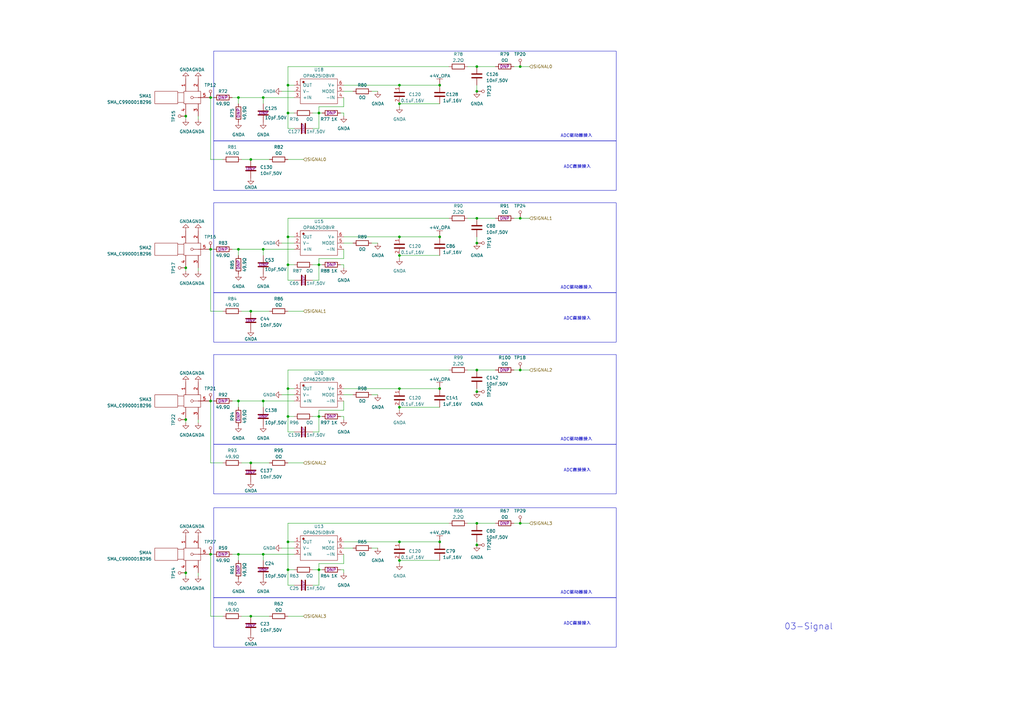
<source format=kicad_sch>
(kicad_sch (version 20230121) (generator eeschema)
  (paper "A3")
  (title_block (title "HPM6750 ADC EVK") (date "2023-5-25") (rev "A"))
  (junction (at 86.36 227.33))
  (junction (at 118.11 170.815))
  (junction (at 102.87 189.865))
  (junction (at 163.83 104.775))
  (junction (at 180.34 34.925))
  (junction (at 118.11 159.385))
  (junction (at 195.58 27.305))
  (junction (at 102.87 65.405))
  (junction (at 195.58 99.695))
  (junction (at 195.58 89.535))
  (junction (at 76.2 47.625))
  (junction (at 107.95 40.005))
  (junction (at 163.83 34.925))
  (junction (at 195.58 160.655))
  (junction (at 213.36 151.765))
  (junction (at 118.11 108.585))
  (junction (at 163.83 42.545))
  (junction (at 213.36 27.305))
  (junction (at 102.87 127.635))
  (junction (at 118.11 222.25))
  (junction (at 107.95 227.33))
  (junction (at 195.58 223.52))
  (junction (at 107.95 102.235))
  (junction (at 163.83 159.385))
  (junction (at 76.2 172.085))
  (junction (at 180.34 97.155))
  (junction (at 97.79 227.33))
  (junction (at 118.11 97.155))
  (junction (at 118.11 34.925))
  (junction (at 213.36 214.63))
  (junction (at 213.36 89.535))
  (junction (at 130.81 170.815))
  (junction (at 76.2 109.855))
  (junction (at 130.81 46.355))
  (junction (at 107.95 164.465))
  (junction (at 195.58 214.63))
  (junction (at 118.11 46.355))
  (junction (at 97.79 102.235))
  (junction (at 86.36 40.005))
  (junction (at 163.83 97.155))
  (junction (at 130.81 233.68))
  (junction (at 118.11 233.68))
  (junction (at 130.81 108.585))
  (junction (at 102.87 252.73))
  (junction (at 195.58 151.765))
  (junction (at 195.58 37.465))
  (junction (at 86.36 102.235))
  (junction (at 163.83 229.87))
  (junction (at 163.83 222.25))
  (junction (at 180.34 222.25))
  (junction (at 180.34 159.385))
  (junction (at 86.36 164.465))
  (junction (at 163.83 167.005))
  (junction (at 97.79 164.465))
  (junction (at 97.79 40.005))
  (junction (at 76.2 234.95))
  (wire (pts (xy 118.11 89.535) (xy 184.15 89.535)))
  (wire (pts (xy 130.81 108.585) (xy 128.27 108.585)))
  (wire (pts (xy 115.57 161.925) (xy 120.65 161.925)))
  (wire (pts (xy 107.95 40.005) (xy 97.79 40.005)))
  (wire (pts (xy 102.87 252.73) (xy 110.49 252.73)))
  (wire (pts (xy 140.97 164.465) (xy 140.97 168.275)))
  (wire (pts (xy 107.95 164.465) (xy 120.65 164.465)))
  (wire (pts (xy 86.36 252.73) (xy 86.36 227.33)))
  (wire (pts (xy 107.95 227.33) (xy 120.65 227.33)))
  (wire (pts (xy 86.36 189.865) (xy 86.36 164.465)))
  (wire (pts (xy 130.81 170.815) (xy 130.81 177.165)))
  (wire (pts (xy 130.81 233.68) (xy 130.81 240.03)))
  (wire (pts (xy 140.97 46.355) (xy 139.7 46.355)))
  (wire (pts (xy 180.34 97.155) (xy 163.83 97.155)))
  (wire (pts (xy 86.36 102.235) (xy 87.63 102.235)))
  (wire (pts (xy 195.58 151.765) (xy 203.2 151.765)))
  (wire (pts (xy 86.36 164.465) (xy 87.63 164.465)))
  (wire (pts (xy 140.97 40.005) (xy 140.97 43.815)))
  (wire (pts (xy 130.81 233.68) (xy 128.27 233.68)))
  (wire (pts (xy 118.11 170.815) (xy 118.11 177.165)))
  (wire (pts (xy 115.57 99.695) (xy 120.65 99.695)))
  (wire (pts (xy 210.82 151.765) (xy 213.36 151.765)))
  (wire (pts (xy 118.11 46.355) (xy 118.11 52.705)))
  (wire (pts (xy 154.94 37.465) (xy 152.4 37.465)))
  (wire (pts (xy 140.97 102.235) (xy 140.97 106.045)))
  (wire (pts (xy 118.11 27.305) (xy 118.11 34.925)))
  (wire (pts (xy 76.2 236.22) (xy 76.2 234.95)))
  (wire (pts (xy 107.95 42.545) (xy 107.95 40.005)))
  (wire (pts (xy 191.77 89.535) (xy 195.58 89.535)))
  (wire (pts (xy 120.65 240.03) (xy 118.11 240.03)))
  (wire (pts (xy 132.08 233.68) (xy 130.81 233.68)))
  (wire (pts (xy 86.36 252.73) (xy 91.44 252.73)))
  (wire (pts (xy 107.95 102.235) (xy 97.79 102.235)))
  (wire (pts (xy 140.97 108.585) (xy 140.97 109.855)))
  (wire (pts (xy 86.36 227.33) (xy 87.63 227.33)))
  (wire (pts (xy 86.36 65.405) (xy 91.44 65.405)))
  (wire (pts (xy 140.97 231.14) (xy 130.81 231.14)))
  (wire (pts (xy 130.81 231.14) (xy 130.81 233.68)))
  (wire (pts (xy 140.97 168.275) (xy 130.81 168.275)))
  (wire (pts (xy 118.11 34.925) (xy 120.65 34.925)))
  (wire (pts (xy 213.36 151.765) (xy 217.17 151.765)))
  (wire (pts (xy 144.78 99.695) (xy 140.97 99.695)))
  (wire (pts (xy 163.83 231.14) (xy 163.83 229.87)))
  (wire (pts (xy 107.95 40.005) (xy 120.65 40.005)))
  (wire (pts (xy 76.2 48.895) (xy 76.2 47.625)))
  (wire (pts (xy 99.06 127.635) (xy 102.87 127.635)))
  (wire (pts (xy 213.36 89.535) (xy 217.17 89.535)))
  (wire (pts (xy 86.36 40.005) (xy 87.63 40.005)))
  (wire (pts (xy 128.27 177.165) (xy 130.81 177.165)))
  (wire (pts (xy 95.25 40.005) (xy 97.79 40.005)))
  (wire (pts (xy 120.65 233.68) (xy 118.11 233.68)))
  (wire (pts (xy 81.28 111.125) (xy 81.28 109.855)))
  (wire (pts (xy 107.95 104.775) (xy 107.95 102.235)))
  (wire (pts (xy 118.11 46.355) (xy 118.11 34.925)))
  (wire (pts (xy 120.65 177.165) (xy 118.11 177.165)))
  (wire (pts (xy 115.57 224.79) (xy 120.65 224.79)))
  (wire (pts (xy 118.11 159.385) (xy 120.65 159.385)))
  (wire (pts (xy 99.06 65.405) (xy 102.87 65.405)))
  (wire (pts (xy 107.95 164.465) (xy 97.79 164.465)))
  (wire (pts (xy 154.94 99.695) (xy 152.4 99.695)))
  (wire (pts (xy 118.11 108.585) (xy 118.11 114.935)))
  (wire (pts (xy 128.27 114.935) (xy 130.81 114.935)))
  (wire (pts (xy 130.81 108.585) (xy 130.81 114.935)))
  (wire (pts (xy 118.11 151.765) (xy 184.15 151.765)))
  (wire (pts (xy 118.11 189.865) (xy 124.46 189.865)))
  (wire (pts (xy 120.65 46.355) (xy 118.11 46.355)))
  (wire (pts (xy 210.82 27.305) (xy 213.36 27.305)))
  (wire (pts (xy 163.83 106.045) (xy 163.83 104.775)))
  (wire (pts (xy 99.06 189.865) (xy 102.87 189.865)))
  (wire (pts (xy 130.81 168.275) (xy 130.81 170.815)))
  (wire (pts (xy 118.11 214.63) (xy 184.15 214.63)))
  (wire (pts (xy 180.34 34.925) (xy 163.83 34.925)))
  (wire (pts (xy 97.79 102.235) (xy 97.79 104.775)))
  (wire (pts (xy 128.27 52.705) (xy 130.81 52.705)))
  (wire (pts (xy 140.97 108.585) (xy 139.7 108.585)))
  (wire (pts (xy 118.11 252.73) (xy 124.46 252.73)))
  (wire (pts (xy 140.97 43.815) (xy 130.81 43.815)))
  (wire (pts (xy 81.28 173.355) (xy 81.28 172.085)))
  (wire (pts (xy 118.11 233.68) (xy 118.11 222.25)))
  (wire (pts (xy 120.65 52.705) (xy 118.11 52.705)))
  (wire (pts (xy 118.11 151.765) (xy 118.11 159.385)))
  (wire (pts (xy 130.81 43.815) (xy 130.81 46.355)))
  (wire (pts (xy 97.79 164.465) (xy 97.79 167.005)))
  (wire (pts (xy 120.65 114.935) (xy 118.11 114.935)))
  (wire (pts (xy 140.97 170.815) (xy 140.97 172.085)))
  (wire (pts (xy 191.77 27.305) (xy 195.58 27.305)))
  (wire (pts (xy 118.11 27.305) (xy 184.15 27.305)))
  (wire (pts (xy 140.97 233.68) (xy 139.7 233.68)))
  (wire (pts (xy 163.83 34.925) (xy 140.97 34.925)))
  (wire (pts (xy 120.65 170.815) (xy 118.11 170.815)))
  (wire (pts (xy 97.79 227.33) (xy 97.79 229.87)))
  (wire (pts (xy 76.2 173.355) (xy 76.2 172.085)))
  (wire (pts (xy 163.83 43.815) (xy 163.83 42.545)))
  (wire (pts (xy 130.81 46.355) (xy 128.27 46.355)))
  (wire (pts (xy 115.57 37.465) (xy 120.65 37.465)))
  (wire (pts (xy 130.81 46.355) (xy 130.81 52.705)))
  (wire (pts (xy 195.58 27.305) (xy 203.2 27.305)))
  (wire (pts (xy 118.11 108.585) (xy 118.11 97.155)))
  (wire (pts (xy 118.11 214.63) (xy 118.11 222.25)))
  (wire (pts (xy 163.83 159.385) (xy 140.97 159.385)))
  (wire (pts (xy 180.34 159.385) (xy 163.83 159.385)))
  (wire (pts (xy 81.28 48.895) (xy 81.28 47.625)))
  (wire (pts (xy 195.58 89.535) (xy 203.2 89.535)))
  (wire (pts (xy 118.11 65.405) (xy 124.46 65.405)))
  (wire (pts (xy 154.94 161.925) (xy 152.4 161.925)))
  (wire (pts (xy 132.08 46.355) (xy 130.81 46.355)))
  (wire (pts (xy 130.81 170.815) (xy 128.27 170.815)))
  (wire (pts (xy 195.58 223.52) (xy 195.58 222.25)))
  (wire (pts (xy 132.08 170.815) (xy 130.81 170.815)))
  (wire (pts (xy 118.11 127.635) (xy 124.46 127.635)))
  (wire (pts (xy 118.11 170.815) (xy 118.11 159.385)))
  (wire (pts (xy 163.83 168.275) (xy 163.83 167.005)))
  (wire (pts (xy 140.97 227.33) (xy 140.97 231.14)))
  (wire (pts (xy 180.34 222.25) (xy 163.83 222.25)))
  (wire (pts (xy 154.94 224.79) (xy 152.4 224.79)))
  (wire (pts (xy 140.97 170.815) (xy 139.7 170.815)))
  (wire (pts (xy 107.95 229.87) (xy 107.95 227.33)))
  (wire (pts (xy 120.65 108.585) (xy 118.11 108.585)))
  (wire (pts (xy 128.27 240.03) (xy 130.81 240.03)))
  (wire (pts (xy 86.36 102.235) (xy 86.36 127.635)))
  (wire (pts (xy 91.44 127.635) (xy 86.36 127.635)))
  (wire (pts (xy 163.83 229.87) (xy 180.34 229.87)))
  (wire (pts (xy 213.36 214.63) (xy 217.17 214.63)))
  (wire (pts (xy 102.87 127.635) (xy 110.49 127.635)))
  (wire (pts (xy 130.81 106.045) (xy 130.81 108.585)))
  (wire (pts (xy 210.82 89.535) (xy 213.36 89.535)))
  (wire (pts (xy 118.11 222.25) (xy 120.65 222.25)))
  (wire (pts (xy 118.11 89.535) (xy 118.11 97.155)))
  (wire (pts (xy 163.83 42.545) (xy 180.34 42.545)))
  (wire (pts (xy 163.83 104.775) (xy 180.34 104.775)))
  (wire (pts (xy 144.78 224.79) (xy 140.97 224.79)))
  (wire (pts (xy 163.83 167.005) (xy 180.34 167.005)))
  (wire (pts (xy 81.28 236.22) (xy 81.28 234.95)))
  (wire (pts (xy 118.11 233.68) (xy 118.11 240.03)))
  (wire (pts (xy 95.25 102.235) (xy 97.79 102.235)))
  (wire (pts (xy 102.87 189.865) (xy 110.49 189.865)))
  (wire (pts (xy 107.95 227.33) (xy 97.79 227.33)))
  (wire (pts (xy 195.58 34.925) (xy 195.58 37.465)))
  (wire (pts (xy 86.36 189.865) (xy 91.44 189.865)))
  (wire (pts (xy 195.58 160.655) (xy 195.58 159.385)))
  (wire (pts (xy 95.25 227.33) (xy 97.79 227.33)))
  (wire (pts (xy 144.78 161.925) (xy 140.97 161.925)))
  (wire (pts (xy 195.58 97.155) (xy 195.58 99.695)))
  (wire (pts (xy 107.95 102.235) (xy 120.65 102.235)))
  (wire (pts (xy 86.36 65.405) (xy 86.36 40.005)))
  (wire (pts (xy 144.78 37.465) (xy 140.97 37.465)))
  (wire (pts (xy 118.11 97.155) (xy 120.65 97.155)))
  (wire (pts (xy 95.25 164.465) (xy 97.79 164.465)))
  (wire (pts (xy 99.06 252.73) (xy 102.87 252.73)))
  (wire (pts (xy 195.58 214.63) (xy 203.2 214.63)))
  (wire (pts (xy 107.95 167.005) (xy 107.95 164.465)))
  (wire (pts (xy 191.77 214.63) (xy 195.58 214.63)))
  (wire (pts (xy 140.97 46.355) (xy 140.97 47.625)))
  (wire (pts (xy 132.08 108.585) (xy 130.81 108.585)))
  (wire (pts (xy 163.83 222.25) (xy 140.97 222.25)))
  (wire (pts (xy 97.79 40.005) (xy 97.79 42.545)))
  (wire (pts (xy 140.97 106.045) (xy 130.81 106.045)))
  (wire (pts (xy 213.36 27.305) (xy 217.17 27.305)))
  (wire (pts (xy 210.82 214.63) (xy 213.36 214.63)))
  (wire (pts (xy 191.77 151.765) (xy 195.58 151.765)))
  (wire (pts (xy 140.97 233.68) (xy 140.97 234.95)))
  (wire (pts (xy 102.87 65.405) (xy 110.49 65.405)))
  (wire (pts (xy 163.83 97.155) (xy 140.97 97.155)))
  (wire (pts (xy 76.2 111.125) (xy 76.2 109.855)))
  (rectangle (start 87.63 182.245) (end 252.73 202.565))
  (rectangle (start 87.63 57.785) (end 252.73 78.105))
  (rectangle (start 87.63 245.11) (end 252.73 265.43))
  (rectangle (start 87.63 20.955) (end 252.73 57.785))
  (rectangle (start 87.63 120.015) (end 252.73 140.335))
  (rectangle (start 87.63 83.185) (end 252.73 120.015))
  (rectangle (start 87.63 208.28) (end 252.73 245.11))
  (rectangle (start 87.63 145.415) (end 252.73 182.245))
  (text "ADC直接接入" (at 231.14 256.54 0) (effects (font (size 1.27 1.27)) (justify left bottom)))
  (text "ADC直接接入" (at 231.14 69.215 0) (effects (font (size 1.27 1.27)) (justify left bottom)))
  (text "ADC驱动器接入" (at 229.87 56.515 0) (effects (font (size 1.27 1.27)) (justify left bottom)))
  (text "ADC驱动器接入" (at 229.87 118.745 0) (effects (font (size 1.27 1.27)) (justify left bottom)))
  (text "ADC直接接入" (at 231.14 193.675 0) (effects (font (size 1.27 1.27)) (justify left bottom)))
  (text "ADC直接接入" (at 231.14 131.445 0) (effects (font (size 1.27 1.27)) (justify left bottom)))
  (text "03-Signal" (at 321.6656 258.572 0) (effects (font (size 2.54 2.54)) (justify left bottom)))
  (text "ADC驱动器接入" (at 229.87 180.975 0) (effects (font (size 1.27 1.27)) (justify left bottom)))
  (text "ADC驱动器接入" (at 229.87 243.84 0) (effects (font (size 1.27 1.27)) (justify left bottom)))
  (hierarchical_label "SIGNAL1" (shape input) (at 217.17 89.535 0))
  (hierarchical_label "SIGNAL3" (shape input) (at 217.17 214.63 0))
  (hierarchical_label "SIGNAL2" (shape input) (at 217.17 151.765 0))
  (hierarchical_label "SIGNAL0" (shape input) (at 124.46 65.405 0))
  (hierarchical_label "SIGNAL0" (shape input) (at 217.17 27.305 0))
  (hierarchical_label "SIGNAL2" (shape input) (at 124.46 189.865 0))
  (hierarchical_label "SIGNAL1" (shape input) (at 124.46 127.635 0))
  (hierarchical_label "SIGNAL3" (shape input) (at 124.46 252.73 0))
  (symbol (lib_id "power:GNDA") (at 115.57 224.79 270) (unit 1)
    (property "Reference" "#PWR074" (effects hide))
    (property "Value" "GNDA" (at 113.03 224.79 90) (effects (justify right)))
    (instances (project "HPM5300_ADC_EVK_RevB" (path "" (reference "#PWR074") (unit 1)) (path "" (reference "#PWR0138") (unit 1))))
  )
  (symbol (lib_id "power:GNDA") (at 140.97 109.855 0) (unit 1)
    (property "Reference" "#PWR074" (effects hide))
    (property "Value" "GNDA" (at 140.97 114.935 0))
    (instances (project "HPM5300_ADC_EVK_RevB" (path "" (reference "#PWR074") (unit 1)) (path "" (reference "#PWR0194") (unit 1))))
  )
  (symbol (lib_id "02_HPM_Resis:2.2Ω") (at 95.25 189.865 0) (unit 1)
    (property "Reference" "R93" (at 95.25 184.785 0))
    (property "Value" "49.9Ω" (at 95.25 187.325 0))
    (property "Footprint" "02_HPM_Resis:R_0402_1005Metric" (effects hide))
  )
  (symbol (lib_id "02_HPM_Resis:49.9Ω") (at 91.44 102.235 0) (unit 1)
    (property "Reference" "R83" (at 91.44 99.695 0))
    (property "Value" "49.9Ω" (at 91.44 104.775 0))
    (property "Footprint" "02_HPM_Resis:R_0402_1005Metric" (effects hide))
    (property "DNP" "DNP" (at 91.44 102.235 0))
  )
  (symbol (lib_id "kicad_lceda:OPA625IDBVR") (at 130.81 99.695 0) (unit 1)
    (property "Reference" "U15" (at 130.81 90.805 0))
    (property "Value" "OPA625IDBVR" (at 130.81 93.345 0))
    (property "Footprint" "kicad_lceda:SOT-23-6_L2.9-W1.6-P0.95-LS2.8-BR" (effects hide))
    (property "SuppliersPartNumber" "C495362" (effects hide))
    (property "uuid" "std:90e4ce1759de412d9bf8c9107a5f1053" (effects hide))
  )
  (symbol (lib_id "power:GNDA") (at 102.87 135.255 0) (unit 1)
    (property "Reference" "#PWR074" (effects hide))
    (property "Value" "GNDA" (at 102.87 139.065 0))
    (instances (project "HPM5300_ADC_EVK_RevB" (path "" (reference "#PWR074") (unit 1)) (path "" (reference "#PWR0113") (unit 1))))
  )
  (symbol (lib_id "dk_Test-Points:5002") (at 86.36 99.695 180) (unit 1)
    (property "Reference" "TP16" (at 83.82 97.155 0) (effects (justify right)))
    (property "Value" "S_IN1" (effects hide))
    (property "Footprint" "TestPoint:TestPoint_Pad_D1.0mm" (effects hide))
    (property "Datasheet" "http://www.keyelco.com/product-pdf.cfm?p=1311" (effects hide))
    (property "Digi-Key_PN" "36-5002-ND" (effects hide))
    (property "MPN" "5002" (effects hide))
    (property "Category" "Test and Measurement" (effects hide))
    (property "Family" "Test Points" (effects hide))
    (property "DK_Datasheet_Link" "http://www.keyelco.com/product-pdf.cfm?p=1311" (effects hide))
    (property "DK_Detail_Page" "/product-detail/en/keystone-electronics/5002/36-5002-ND/255328" (effects hide))
    (property "Description" "PC TEST POINT MINIATURE WHITE" (effects hide))
    (property "Manufacturer" "Keystone Electronics" (effects hide))
    (property "Status" "Active" (effects hide))
  )
  (symbol (lib_id "power:GNDA") (at 76.2 236.22 0) (unit 1)
    (property "Reference" "#PWR074" (effects hide))
    (property "Value" "GNDA" (at 76.2 241.3 0))
    (instances (project "HPM5300_ADC_EVK_RevB" (path "" (reference "#PWR074") (unit 1)) (path "" (reference "#PWR063") (unit 1))))
  )
  (symbol (lib_id "03_HPM_CAP:10pF") (at 107.95 233.68 0) (unit 1)
    (property "Reference" "C24" (at 108.585 231.14 0) (effects (justify left)))
    (property "Value" "10pF,50V" (at 108.585 236.22 0) (effects (justify left)))
    (property "Footprint" "03_HPM_CAP:C_0402_1005Metric" (effects hide))
    (property "DNP" "DNP" (at 107.95 233.68 0))
  )
  (symbol (lib_id "hpm_power:+4V_OPA") (at 180.34 97.155 0) (unit 1) (in_bom no) (on_board no)
    (property "Reference" "#PWR057" (effects hide))
    (property "Value" "+4V_OPA" (at 180.34 93.345 0))
    (instances (project "HPM5300_ADC_EVK_RevB" (path "" (reference "#PWR057") (unit 1)) (path "" (reference "#PWR0197") (unit 1))))
  )
  (symbol (lib_id "02_HPM_Resis:2.2Ω") (at 187.96 214.63 0) (unit 1)
    (property "Reference" "R66" (at 187.96 209.55 0))
    (property "Value" "2.2Ω" (at 187.96 212.09 0))
    (property "Footprint" "02_HPM_Resis:R_0402_1005Metric" (effects hide))
  )
  (symbol (lib_id "02_HPM_Resis:1K") (at 124.46 46.355 0) (unit 1)
    (property "Reference" "R76" (at 120.65 48.895 0))
    (property "Value" "0Ω" (at 127 48.895 0))
    (property "Footprint" "02_HPM_Resis:R_0402_1005Metric" (effects hide))
  )
  (symbol (lib_id "power:GNDA") (at 107.95 112.395 0) (unit 1)
    (property "Reference" "#PWR074" (effects hide))
    (property "Value" "GNDA" (at 107.95 117.475 0))
    (instances (project "HPM5300_ADC_EVK_RevB" (path "" (reference "#PWR074") (unit 1)) (path "" (reference "#PWR0114") (unit 1))))
  )
  (symbol (lib_id "dk_Test-Points:5002") (at 213.36 24.765 180) (unit 1)
    (property "Reference" "TP20" (at 210.82 22.225 0) (effects (justify right)))
    (property "Value" "PB11" (effects hide))
    (property "Footprint" "TestPoint:TestPoint_Pad_D1.0mm" (effects hide))
    (property "Datasheet" "http://www.keyelco.com/product-pdf.cfm?p=1311" (effects hide))
    (property "Digi-Key_PN" "36-5002-ND" (effects hide))
    (property "MPN" "5002" (effects hide))
    (property "Category" "Test and Measurement" (effects hide))
    (property "Family" "Test Points" (effects hide))
    (property "DK_Datasheet_Link" "http://www.keyelco.com/product-pdf.cfm?p=1311" (effects hide))
    (property "DK_Detail_Page" "/product-detail/en/keystone-electronics/5002/36-5002-ND/255328" (effects hide))
    (property "Description" "PC TEST POINT MINIATURE WHITE" (effects hide))
    (property "Manufacturer" "Keystone Electronics" (effects hide))
    (property "Status" "Active" (effects hide))
  )
  (symbol (lib_id "02_HPM_Resis:1K") (at 135.89 233.68 0) (unit 1)
    (property "Reference" "R64" (at 133.35 236.22 0))
    (property "Value" "1K" (at 137.16 236.22 0))
    (property "Footprint" "02_HPM_Resis:R_0402_1005Metric" (effects hide))
    (property "DNP" "DNP" (at 135.89 233.68 0))
  )
  (symbol (lib_id "power:GNDA") (at 81.28 94.615 180) (unit 1)
    (property "Reference" "#PWR074" (effects hide))
    (property "Value" "GNDA" (at 81.28 90.805 0))
    (instances (project "HPM5300_ADC_EVK_RevB" (path "" (reference "#PWR074") (unit 1)) (path "" (reference "#PWR0110") (unit 1))))
  )
  (symbol (lib_id "power:GNDA") (at 115.57 37.465 270) (unit 1)
    (property "Reference" "#PWR074" (effects hide))
    (property "Value" "GNDA" (at 113.03 37.465 90) (effects (justify right)))
    (instances (project "HPM5300_ADC_EVK_RevB" (path "" (reference "#PWR074") (unit 1)) (path "" (reference "#PWR0191") (unit 1))))
  )
  (symbol (lib_id "power:GNDA") (at 81.28 173.355 0) (unit 1)
    (property "Reference" "#PWR074" (effects hide))
    (property "Value" "GNDA" (at 81.28 178.435 0))
    (instances (project "HPM5300_ADC_EVK_RevB" (path "" (reference "#PWR074") (unit 1)) (path "" (reference "#PWR0202") (unit 1))))
  )
  (symbol (lib_id "kicad_lceda:SMA_C9900018296") (at 74.93 40.005 0) (unit 1)
    (property "Reference" "SMA1" (at 62.23 39.37 0) (effects (justify right)))
    (property "Value" "SMA_C9900018296" (at 62.23 41.91 0) (effects (justify right)))
    (property "Footprint" "kicad_lceda:SMA-SMD_BWSMA-KE-P001" (effects hide))
    (property "SuppliersPartNumber" "C9900018296" (effects hide))
    (property "uuid" "std:54ec4f79ad824cb2bdc504487557a48c" (effects hide))
  )
  (symbol (lib_id "02_HPM_Resis:0Ω") (at 114.3 189.865 0) (unit 1)
    (property "Reference" "R95" (at 114.3 184.785 0))
    (property "Value" "0Ω" (at 114.3 187.325 0))
    (property "Footprint" "02_HPM_Resis:R_0402_1005Metric" (effects hide))
  )
  (symbol (lib_id "dk_Test-Points:5002") (at 86.36 161.925 180) (unit 1)
    (property "Reference" "TP21" (at 83.82 159.385 0) (effects (justify right)))
    (property "Value" "S_IN2" (effects hide))
    (property "Footprint" "TestPoint:TestPoint_Pad_D1.0mm" (effects hide))
    (property "Datasheet" "http://www.keyelco.com/product-pdf.cfm?p=1311" (effects hide))
    (property "Digi-Key_PN" "36-5002-ND" (effects hide))
    (property "MPN" "5002" (effects hide))
    (property "Category" "Test and Measurement" (effects hide))
    (property "Family" "Test Points" (effects hide))
    (property "DK_Datasheet_Link" "http://www.keyelco.com/product-pdf.cfm?p=1311" (effects hide))
    (property "DK_Detail_Page" "/product-detail/en/keystone-electronics/5002/36-5002-ND/255328" (effects hide))
    (property "Description" "PC TEST POINT MINIATURE WHITE" (effects hide))
    (property "Manufacturer" "Keystone Electronics" (effects hide))
    (property "Status" "Active" (effects hide))
  )
  (symbol (lib_id "02_HPM_Resis:2.2Ω") (at 187.96 151.765 0) (unit 1)
    (property "Reference" "R99" (at 187.96 146.685 0))
    (property "Value" "2.2Ω" (at 187.96 149.225 0))
    (property "Footprint" "02_HPM_Resis:R_0402_1005Metric" (effects hide))
  )
  (symbol (lib_id "02_HPM_Resis:0Ω") (at 148.59 99.695 0) (unit 1)
    (property "Reference" "R89" (at 148.59 97.155 0))
    (property "Value" "0Ω" (at 148.59 102.235 0))
    (property "Footprint" "02_HPM_Resis:R_0402_1005Metric" (effects hide))
  )
  (symbol (lib_id "03_HPM_CAP:10nF,50V") (at 195.58 218.44 0) (unit 1)
    (property "Reference" "C80" (at 199.39 217.805 0) (effects (justify left)))
    (property "Value" "10nF,50V" (at 199.39 220.345 0) (effects (justify left)))
    (property "Footprint" "03_HPM_CAP:C_0402_1005Metric" (effects hide))
  )
  (symbol (lib_name "0.1uF,16V_7") (lib_id "03_HPM_CAP:0.1uF,16V") (at 163.83 38.735 0) (mirror y) (unit 1)
    (property "Reference" "C120" (at 172.72 38.735 0) (effects (justify left)))
    (property "Value" "0.1uF,16V" (at 173.99 41.275 0) (effects (justify left)))
    (property "Footprint" "03_HPM_CAP:C_0402_1005Metric" (effects hide))
    (instances (project "HPM5300_ADC_EVK_RevB" (path "" (reference "C120") (unit 1)) (path "" (reference "C129") (unit 1))) (project "EVK_REVC" (path "" (reference "C122") (unit 1))))
  )
  (symbol (lib_id "power:GNDA") (at 102.87 197.485 0) (unit 1)
    (property "Reference" "#PWR074" (effects hide))
    (property "Value" "GNDA" (at 102.87 201.295 0))
    (instances (project "HPM5300_ADC_EVK_RevB" (path "" (reference "#PWR074") (unit 1)) (path "" (reference "#PWR0204") (unit 1))))
  )
  (symbol (lib_id "02_HPM_Resis:1K") (at 135.89 108.585 0) (unit 1)
    (property "Reference" "R88" (at 133.35 111.125 0))
    (property "Value" "1K" (at 137.16 111.125 0))
    (property "Footprint" "02_HPM_Resis:R_0402_1005Metric" (effects hide))
    (property "DNP" "DNP" (at 135.89 108.585 0))
  )
  (symbol (lib_id "dk_Test-Points:5002") (at 86.36 224.79 180) (unit 1)
    (property "Reference" "TP27" (at 83.82 222.25 0) (effects (justify right)))
    (property "Value" "S_IN3" (effects hide))
    (property "Footprint" "TestPoint:TestPoint_Pad_D1.0mm" (effects hide))
    (property "Datasheet" "http://www.keyelco.com/product-pdf.cfm?p=1311" (effects hide))
    (property "Digi-Key_PN" "36-5002-ND" (effects hide))
    (property "MPN" "5002" (effects hide))
    (property "Category" "Test and Measurement" (effects hide))
    (property "Family" "Test Points" (effects hide))
    (property "DK_Datasheet_Link" "http://www.keyelco.com/product-pdf.cfm?p=1311" (effects hide))
    (property "DK_Detail_Page" "/product-detail/en/keystone-electronics/5002/36-5002-ND/255328" (effects hide))
    (property "Description" "PC TEST POINT MINIATURE WHITE" (effects hide))
    (property "Manufacturer" "Keystone Electronics" (effects hide))
    (property "Status" "Active" (effects hide))
  )
  (symbol (lib_id "02_HPM_Resis:0Ω") (at 207.01 214.63 0) (unit 1)
    (property "Reference" "R67" (at 207.01 209.55 0))
    (property "Value" "0Ω" (at 207.01 212.09 0))
    (property "Footprint" "02_HPM_Resis:R_0402_1005Metric" (effects hide))
    (property "DNP" "DNP" (at 207.01 214.63 0))
  )
  (symbol (lib_id "dk_Test-Points:5002") (at 198.12 37.465 90) (unit 1)
    (property "Reference" "TP23" (at 200.66 34.925 0) (effects (justify right)))
    (property "Value" "AGND" (effects hide))
    (property "Footprint" "TestPoint:TestPoint_Pad_D1.0mm" (effects hide))
    (property "Datasheet" "http://www.keyelco.com/product-pdf.cfm?p=1311" (effects hide))
    (property "Digi-Key_PN" "36-5002-ND" (effects hide))
    (property "MPN" "5002" (effects hide))
    (property "Category" "Test and Measurement" (effects hide))
    (property "Family" "Test Points" (effects hide))
    (property "DK_Datasheet_Link" "http://www.keyelco.com/product-pdf.cfm?p=1311" (effects hide))
    (property "DK_Detail_Page" "/product-detail/en/keystone-electronics/5002/36-5002-ND/255328" (effects hide))
    (property "Description" "PC TEST POINT MINIATURE WHITE" (effects hide))
    (property "Manufacturer" "Keystone Electronics" (effects hide))
    (property "Status" "Active" (effects hide))
  )
  (symbol (lib_id "03_HPM_CAP:10nF,50V") (at 195.58 31.115 0) (unit 1)
    (property "Reference" "C126" (at 199.39 30.48 0) (effects (justify left)))
    (property "Value" "10nF,50V" (at 199.39 33.02 0) (effects (justify left)))
    (property "Footprint" "03_HPM_CAP:C_0402_1005Metric" (effects hide))
  )
  (symbol (lib_id "power:GNDA") (at 154.94 224.79 0) (unit 1)
    (property "Reference" "#PWR074" (effects hide))
    (property "Value" "GNDA" (at 154.94 229.87 0))
    (instances (project "HPM5300_ADC_EVK_RevB" (path "" (reference "#PWR074") (unit 1)) (path "" (reference "#PWR0141") (unit 1))))
  )
  (symbol (lib_id "power:GNDA") (at 76.2 32.385 180) (unit 1)
    (property "Reference" "#PWR074" (effects hide))
    (property "Value" "GNDA" (at 76.2 28.575 0))
    (instances (project "HPM5300_ADC_EVK_RevB" (path "" (reference "#PWR074") (unit 1)) (path "" (reference "#PWR0101") (unit 1))))
  )
  (symbol (lib_id "power:GNDA") (at 97.79 174.625 0) (unit 1)
    (property "Reference" "#PWR074" (effects hide))
    (property "Value" "GNDA" (at 97.79 179.705 0))
    (instances (project "HPM5300_ADC_EVK_RevB" (path "" (reference "#PWR074") (unit 1)) (path "" (reference "#PWR0203") (unit 1))))
  )
  (symbol (lib_id "02_HPM_Resis:0Ω") (at 114.3 252.73 0) (unit 1)
    (property "Reference" "R62" (at 114.3 247.65 0))
    (property "Value" "0Ω" (at 114.3 250.19 0))
    (property "Footprint" "02_HPM_Resis:R_0402_1005Metric" (effects hide))
  )
  (symbol (lib_id "power:GNDA") (at 97.79 50.165 0) (unit 1)
    (property "Reference" "#PWR074" (effects hide))
    (property "Value" "GNDA" (at 97.79 55.245 0))
    (instances (project "HPM5300_ADC_EVK_RevB" (path "" (reference "#PWR074") (unit 1)) (path "" (reference "#PWR0145") (unit 1))))
  )
  (symbol (lib_id "hpm_power:+4V_OPA") (at 180.34 222.25 0) (unit 1) (in_bom no) (on_board no)
    (property "Reference" "#PWR057" (effects hide))
    (property "Value" "+4V_OPA" (at 180.34 218.44 0))
    (instances (project "HPM5300_ADC_EVK_RevB" (path "" (reference "#PWR057") (unit 1)) (path "" (reference "#PWR0143") (unit 1))))
  )
  (symbol (lib_id "dk_Test-Points:5002") (at 86.36 37.465 180) (unit 1)
    (property "Reference" "TP12" (at 83.82 34.925 0) (effects (justify right)))
    (property "Value" "S_IN0" (effects hide))
    (property "Footprint" "TestPoint:TestPoint_Pad_D1.0mm" (effects hide))
    (property "Datasheet" "http://www.keyelco.com/product-pdf.cfm?p=1311" (effects hide))
    (property "Digi-Key_PN" "36-5002-ND" (effects hide))
    (property "MPN" "5002" (effects hide))
    (property "Category" "Test and Measurement" (effects hide))
    (property "Family" "Test Points" (effects hide))
    (property "DK_Datasheet_Link" "http://www.keyelco.com/product-pdf.cfm?p=1311" (effects hide))
    (property "DK_Detail_Page" "/product-detail/en/keystone-electronics/5002/36-5002-ND/255328" (effects hide))
    (property "Description" "PC TEST POINT MINIATURE WHITE" (effects hide))
    (property "Manufacturer" "Keystone Electronics" (effects hide))
    (property "Status" "Active" (effects hide))
  )
  (symbol (lib_id "power:GNDA") (at 195.58 99.695 0) (unit 1)
    (property "Reference" "#PWR074" (effects hide))
    (property "Value" "GNDA" (at 195.58 104.775 0))
    (instances (project "HPM5300_ADC_EVK_RevB" (path "" (reference "#PWR074") (unit 1)) (path "" (reference "#PWR0198") (unit 1))))
  )
  (symbol (lib_id "dk_Test-Points:5002") (at 73.66 172.085 270) (unit 1)
    (property "Reference" "TP22" (at 71.12 174.625 0) (effects (justify right)))
    (property "Value" "AGND" (effects hide))
    (property "Footprint" "TestPoint:TestPoint_Pad_D1.0mm" (effects hide))
    (property "Datasheet" "http://www.keyelco.com/product-pdf.cfm?p=1311" (effects hide))
    (property "Digi-Key_PN" "36-5002-ND" (effects hide))
    (property "MPN" "5002" (effects hide))
    (property "Category" "Test and Measurement" (effects hide))
    (property "Family" "Test Points" (effects hide))
    (property "DK_Datasheet_Link" "http://www.keyelco.com/product-pdf.cfm?p=1311" (effects hide))
    (property "DK_Detail_Page" "/product-detail/en/keystone-electronics/5002/36-5002-ND/255328" (effects hide))
    (property "Description" "PC TEST POINT MINIATURE WHITE" (effects hide))
    (property "Manufacturer" "Keystone Electronics" (effects hide))
    (property "Status" "Active" (effects hide))
  )
  (symbol (lib_id "02_HPM_Resis:2.2Ω") (at 187.96 89.535 0) (unit 1)
    (property "Reference" "R90" (at 187.96 84.455 0))
    (property "Value" "2.2Ω" (at 187.96 86.995 0))
    (property "Footprint" "02_HPM_Resis:R_0402_1005Metric" (effects hide))
  )
  (symbol (lib_id "02_HPM_Resis:0Ω") (at 207.01 151.765 0) (unit 1)
    (property "Reference" "R100" (at 207.01 146.685 0))
    (property "Value" "0Ω" (at 207.01 149.225 0))
    (property "Footprint" "02_HPM_Resis:R_0402_1005Metric" (effects hide))
    (property "DNP" "DNP" (at 207.01 151.765 0))
  )
  (symbol (lib_id "power:GNDA") (at 97.79 112.395 0) (unit 1)
    (property "Reference" "#PWR074" (effects hide))
    (property "Value" "GNDA" (at 97.79 117.475 0))
    (instances (project "HPM5300_ADC_EVK_RevB" (path "" (reference "#PWR074") (unit 1)) (path "" (reference "#PWR0112") (unit 1))))
  )
  (symbol (lib_id "dk_Test-Points:5002") (at 213.36 212.09 180) (unit 1)
    (property "Reference" "TP29" (at 210.82 209.55 0) (effects (justify right)))
    (property "Value" "PB14" (effects hide))
    (property "Footprint" "TestPoint:TestPoint_Pad_D1.0mm" (effects hide))
    (property "Datasheet" "http://www.keyelco.com/product-pdf.cfm?p=1311" (effects hide))
    (property "Digi-Key_PN" "36-5002-ND" (effects hide))
    (property "MPN" "5002" (effects hide))
    (property "Category" "Test and Measurement" (effects hide))
    (property "Family" "Test Points" (effects hide))
    (property "DK_Datasheet_Link" "http://www.keyelco.com/product-pdf.cfm?p=1311" (effects hide))
    (property "DK_Detail_Page" "/product-detail/en/keystone-electronics/5002/36-5002-ND/255328" (effects hide))
    (property "Description" "PC TEST POINT MINIATURE WHITE" (effects hide))
    (property "Manufacturer" "Keystone Electronics" (effects hide))
    (property "Status" "Active" (effects hide))
  )
  (symbol (lib_id "03_HPM_CAP:10nF,50V") (at 102.87 193.675 0) (unit 1)
    (property "Reference" "C137" (at 106.68 193.04 0) (effects (justify left)))
    (property "Value" "10nF,50V" (at 106.68 195.58 0) (effects (justify left)))
    (property "Footprint" "03_HPM_CAP:C_0402_1005Metric" (effects hide))
    (property "DNP" "DNP" (at 102.87 193.675 0))
  )
  (symbol (lib_id "power:GNDA") (at 76.2 48.895 0) (unit 1)
    (property "Reference" "#PWR074" (effects hide))
    (property "Value" "GNDA" (at 76.2 53.975 0))
    (instances (project "HPM5300_ADC_EVK_RevB" (path "" (reference "#PWR074") (unit 1)) (path "" (reference "#PWR099") (unit 1))))
  )
  (symbol (lib_id "power:GNDA") (at 81.28 111.125 0) (unit 1)
    (property "Reference" "#PWR074" (effects hide))
    (property "Value" "GNDA" (at 81.28 116.205 0))
    (instances (project "HPM5300_ADC_EVK_RevB" (path "" (reference "#PWR074") (unit 1)) (path "" (reference "#PWR0111") (unit 1))))
  )
  (symbol (lib_id "power:GNDA") (at 81.28 48.895 0) (unit 1)
    (property "Reference" "#PWR074" (effects hide))
    (property "Value" "GNDA" (at 81.28 53.975 0))
    (instances (project "HPM5300_ADC_EVK_RevB" (path "" (reference "#PWR074") (unit 1)) (path "" (reference "#PWR0100") (unit 1))))
  )
  (symbol (lib_id "03_HPM_CAP:10pF") (at 107.95 46.355 0) (unit 1)
    (property "Reference" "C125" (at 108.585 44.45 0) (effects (justify left)))
    (property "Value" "10pF,50V" (at 108.585 48.26 0) (effects (justify left)))
    (property "Footprint" "03_HPM_CAP:C_0402_1005Metric" (effects hide))
    (property "DNP" "DNP" (at 106.045 46.355 0) (effects (justify left)))
  )
  (symbol (lib_id "02_HPM_Resis:2.2Ω") (at 187.96 27.305 0) (unit 1)
    (property "Reference" "R78" (at 187.96 22.225 0))
    (property "Value" "2.2Ω" (at 187.96 24.765 0))
    (property "Footprint" "02_HPM_Resis:R_0402_1005Metric" (effects hide))
  )
  (symbol (lib_id "02_HPM_Resis:49.9Ω") (at 91.44 40.005 0) (unit 1)
    (property "Reference" "R72" (at 91.44 37.465 0))
    (property "Value" "49.9Ω" (at 91.44 42.545 0))
    (property "Footprint" "02_HPM_Resis:R_0402_1005Metric" (effects hide))
    (property "DNP" "DNP" (at 91.44 40.005 0))
  )
  (symbol (lib_id "power:GNDA") (at 115.57 161.925 270) (unit 1)
    (property "Reference" "#PWR074" (effects hide))
    (property "Value" "GNDA" (at 113.03 161.925 90) (effects (justify right)))
    (instances (project "HPM5300_ADC_EVK_RevB" (path "" (reference "#PWR074") (unit 1)) (path "" (reference "#PWR0206") (unit 1))))
  )
  (symbol (lib_id "power:GNDA") (at 107.95 50.165 0) (unit 1)
    (property "Reference" "#PWR074" (effects hide))
    (property "Value" "GNDA" (at 107.95 55.245 0))
    (instances (project "HPM5300_ADC_EVK_RevB" (path "" (reference "#PWR074") (unit 1)) (path "" (reference "#PWR0184") (unit 1))))
  )
  (symbol (lib_id "03_HPM_CAP:1nF,50V") (at 124.46 114.935 90) (unit 1)
    (property "Reference" "C65" (at 120.65 116.205 90))
    (property "Value" "1nF,50V" (at 129.54 116.205 90))
    (property "Footprint" "03_HPM_CAP:C_0402_1005Metric" (effects hide))
    (property "DNP" "DNP" (at 124.46 114.935 0))
  )
  (symbol (lib_id "power:GNDA") (at 163.83 231.14 0) (unit 1)
    (property "Reference" "#PWR074" (effects hide))
    (property "Value" "GNDA" (at 163.83 236.22 0))
    (instances (project "HPM5300_ADC_EVK_RevB" (path "" (reference "#PWR074") (unit 1)) (path "" (reference "#PWR0142") (unit 1))))
  )
  (symbol (lib_id "power:GNDA") (at 76.2 173.355 0) (unit 1)
    (property "Reference" "#PWR074" (effects hide))
    (property "Value" "GNDA" (at 76.2 178.435 0))
    (instances (project "HPM5300_ADC_EVK_RevB" (path "" (reference "#PWR074") (unit 1)) (path "" (reference "#PWR0200") (unit 1))))
  )
  (symbol (lib_id "power:GNDA") (at 97.79 237.49 0) (unit 1)
    (property "Reference" "#PWR074" (effects hide))
    (property "Value" "GNDA" (at 97.79 242.57 0))
    (instances (project "HPM5300_ADC_EVK_RevB" (path "" (reference "#PWR074") (unit 1)) (path "" (reference "#PWR0135") (unit 1))))
  )
  (symbol (lib_id "03_HPM_CAP:1nF,50V") (at 124.46 52.705 90) (unit 1)
    (property "Reference" "C127" (at 120.65 53.975 90))
    (property "Value" "1nF,50V" (at 129.54 53.975 90))
    (property "Footprint" "03_HPM_CAP:C_0402_1005Metric" (effects hide))
    (property "DNP" "DNP" (at 124.46 52.705 0))
  )
  (symbol (lib_id "power:GNDA") (at 76.2 94.615 180) (unit 1)
    (property "Reference" "#PWR074" (effects hide))
    (property "Value" "GNDA" (at 76.2 90.805 0))
    (instances (project "HPM5300_ADC_EVK_RevB" (path "" (reference "#PWR074") (unit 1)) (path "" (reference "#PWR0108") (unit 1))))
  )
  (symbol (lib_id "03_HPM_CAP:10nF,50V") (at 195.58 93.345 0) (unit 1)
    (property "Reference" "C88" (at 199.39 92.71 0) (effects (justify left)))
    (property "Value" "10nF,50V" (at 199.39 95.25 0) (effects (justify left)))
    (property "Footprint" "03_HPM_CAP:C_0402_1005Metric" (effects hide))
  )
  (symbol (lib_id "power:GNDA") (at 163.83 43.815 0) (unit 1)
    (property "Reference" "#PWR074" (effects hide))
    (property "Value" "GNDA" (at 163.83 48.895 0))
    (instances (project "HPM5300_ADC_EVK_RevB" (path "" (reference "#PWR074") (unit 1)) (path "" (reference "#PWR0190") (unit 1))))
  )
  (symbol (lib_id "dk_Test-Points:5002") (at 73.66 109.855 270) (unit 1)
    (property "Reference" "TP17" (at 71.12 112.395 0) (effects (justify right)))
    (property "Value" "AGND" (effects hide))
    (property "Footprint" "TestPoint:TestPoint_Pad_D1.0mm" (effects hide))
    (property "Datasheet" "http://www.keyelco.com/product-pdf.cfm?p=1311" (effects hide))
    (property "Digi-Key_PN" "36-5002-ND" (effects hide))
    (property "MPN" "5002" (effects hide))
    (property "Category" "Test and Measurement" (effects hide))
    (property "Family" "Test Points" (effects hide))
    (property "DK_Datasheet_Link" "http://www.keyelco.com/product-pdf.cfm?p=1311" (effects hide))
    (property "DK_Detail_Page" "/product-detail/en/keystone-electronics/5002/36-5002-ND/255328" (effects hide))
    (property "Description" "PC TEST POINT MINIATURE WHITE" (effects hide))
    (property "Manufacturer" "Keystone Electronics" (effects hide))
    (property "Status" "Active" (effects hide))
  )
  (symbol (lib_id "02_HPM_Resis:2.2Ω") (at 95.25 252.73 0) (unit 1)
    (property "Reference" "R60" (at 95.25 247.65 0))
    (property "Value" "49.9Ω" (at 95.25 250.19 0))
    (property "Footprint" "02_HPM_Resis:R_0402_1005Metric" (effects hide))
  )
  (symbol (lib_id "02_HPM_Resis:2.2Ω") (at 95.25 65.405 0) (unit 1)
    (property "Reference" "R81" (at 95.25 60.325 0))
    (property "Value" "49.9Ω" (at 95.25 62.865 0))
    (property "Footprint" "02_HPM_Resis:R_0402_1005Metric" (effects hide))
  )
  (symbol (lib_id "02_HPM_Resis:1K") (at 124.46 108.585 0) (unit 1)
    (property "Reference" "R87" (at 121.92 111.125 0))
    (property "Value" "0Ω" (at 127 111.125 0))
    (property "Footprint" "02_HPM_Resis:R_0402_1005Metric" (effects hide))
  )
  (symbol (lib_id "power:GNDA") (at 195.58 223.52 0) (unit 1)
    (property "Reference" "#PWR074" (effects hide))
    (property "Value" "GNDA" (at 195.58 228.6 0))
    (instances (project "HPM5300_ADC_EVK_RevB" (path "" (reference "#PWR074") (unit 1)) (path "" (reference "#PWR0144") (unit 1))))
  )
  (symbol (lib_id "dk_Test-Points:5002") (at 213.36 149.225 180) (unit 1)
    (property "Reference" "TP18" (at 210.82 146.685 0) (effects (justify right)))
    (property "Value" "PB13" (effects hide))
    (property "Footprint" "TestPoint:TestPoint_Pad_D1.0mm" (effects hide))
    (property "Datasheet" "http://www.keyelco.com/product-pdf.cfm?p=1311" (effects hide))
    (property "Digi-Key_PN" "36-5002-ND" (effects hide))
    (property "MPN" "5002" (effects hide))
    (property "Category" "Test and Measurement" (effects hide))
    (property "Family" "Test Points" (effects hide))
    (property "DK_Datasheet_Link" "http://www.keyelco.com/product-pdf.cfm?p=1311" (effects hide))
    (property "DK_Detail_Page" "/product-detail/en/keystone-electronics/5002/36-5002-ND/255328" (effects hide))
    (property "Description" "PC TEST POINT MINIATURE WHITE" (effects hide))
    (property "Manufacturer" "Keystone Electronics" (effects hide))
    (property "Status" "Active" (effects hide))
  )
  (symbol (lib_id "power:GNDA") (at 81.28 156.845 180) (unit 1)
    (property "Reference" "#PWR074" (effects hide))
    (property "Value" "GNDA" (at 81.28 153.035 0))
    (instances (project "HPM5300_ADC_EVK_RevB" (path "" (reference "#PWR074") (unit 1)) (path "" (reference "#PWR0201") (unit 1))))
  )
  (symbol (lib_id "03_HPM_CAP:1uF,16V") (at 180.34 38.735 0) (unit 1)
    (property "Reference" "C128" (at 182.88 38.735 0) (effects (justify left)))
    (property "Value" "1uF,16V" (at 181.61 41.275 0) (effects (justify left)))
    (property "Footprint" "03_HPM_CAP:C_0402_1005Metric" (effects hide))
  )
  (symbol (lib_id "02_HPM_Resis:49.9Ω") (at 97.79 233.68 90) (unit 1)
    (property "Reference" "R61" (at 95.25 233.68 0))
    (property "Value" "49.9Ω" (at 100.33 233.68 0))
    (property "Footprint" "02_HPM_Resis:R_0402_1005Metric" (effects hide))
    (property "DNP" "DNP" (at 97.79 233.68 0))
  )
  (symbol (lib_id "power:GNDA") (at 81.28 219.71 180) (unit 1)
    (property "Reference" "#PWR074" (effects hide))
    (property "Value" "GNDA" (at 81.28 215.9 0))
    (instances (project "HPM5300_ADC_EVK_RevB" (path "" (reference "#PWR074") (unit 1)) (path "" (reference "#PWR0133") (unit 1))))
  )
  (symbol (lib_id "02_HPM_Resis:49.9Ω") (at 97.79 46.355 90) (unit 1)
    (property "Reference" "R75" (at 95.25 46.355 0))
    (property "Value" "49.9Ω" (at 100.33 46.355 0))
    (property "Footprint" "02_HPM_Resis:R_0402_1005Metric" (effects hide))
    (property "DNP" "DNP" (at 97.79 46.355 0))
  )
  (symbol (lib_id "02_HPM_Resis:49.9Ω") (at 91.44 227.33 0) (unit 1)
    (property "Reference" "R59" (at 91.44 224.79 0))
    (property "Value" "49.9Ω" (at 91.44 229.87 0))
    (property "Footprint" "02_HPM_Resis:R_0402_1005Metric" (effects hide))
    (property "DNP" "DNP" (at 91.44 227.33 0))
  )
  (symbol (lib_id "03_HPM_CAP:10nF,50V") (at 195.58 155.575 0) (unit 1)
    (property "Reference" "C142" (at 199.39 154.94 0) (effects (justify left)))
    (property "Value" "10nF,50V" (at 199.39 157.48 0) (effects (justify left)))
    (property "Footprint" "03_HPM_CAP:C_0402_1005Metric" (effects hide))
  )
  (symbol (lib_id "power:GNDA") (at 140.97 234.95 0) (unit 1)
    (property "Reference" "#PWR074" (effects hide))
    (property "Value" "GNDA" (at 140.97 240.03 0))
    (instances (project "HPM5300_ADC_EVK_RevB" (path "" (reference "#PWR074") (unit 1)) (path "" (reference "#PWR0139") (unit 1))))
  )
  (symbol (lib_id "power:GNDA") (at 107.95 174.625 0) (unit 1)
    (property "Reference" "#PWR074" (effects hide))
    (property "Value" "GNDA" (at 107.95 179.705 0))
    (instances (project "HPM5300_ADC_EVK_RevB" (path "" (reference "#PWR074") (unit 1)) (path "" (reference "#PWR0205") (unit 1))))
  )
  (symbol (lib_id "03_HPM_CAP:10nF,50V") (at 102.87 69.215 0) (unit 1)
    (property "Reference" "C130" (at 106.68 68.58 0) (effects (justify left)))
    (property "Value" "10nF,50V" (at 106.68 71.12 0) (effects (justify left)))
    (property "Footprint" "03_HPM_CAP:C_0402_1005Metric" (effects hide))
    (property "DNP" "DNP" (at 102.87 69.215 0))
  )
  (symbol (lib_id "power:GNDA") (at 102.87 260.35 0) (unit 1)
    (property "Reference" "#PWR074" (effects hide))
    (property "Value" "GNDA" (at 102.87 264.16 0))
    (instances (project "HPM5300_ADC_EVK_RevB" (path "" (reference "#PWR074") (unit 1)) (path "" (reference "#PWR0136") (unit 1))))
  )
  (symbol (lib_id "dk_Test-Points:5002") (at 198.12 99.695 90) (unit 1)
    (property "Reference" "TP19" (at 200.66 97.155 0) (effects (justify right)))
    (property "Value" "AGND" (effects hide))
    (property "Footprint" "TestPoint:TestPoint_Pad_D1.0mm" (effects hide))
    (property "Datasheet" "http://www.keyelco.com/product-pdf.cfm?p=1311" (effects hide))
    (property "Digi-Key_PN" "36-5002-ND" (effects hide))
    (property "MPN" "5002" (effects hide))
    (property "Category" "Test and Measurement" (effects hide))
    (property "Family" "Test Points" (effects hide))
    (property "DK_Datasheet_Link" "http://www.keyelco.com/product-pdf.cfm?p=1311" (effects hide))
    (property "DK_Detail_Page" "/product-detail/en/keystone-electronics/5002/36-5002-ND/255328" (effects hide))
    (property "Description" "PC TEST POINT MINIATURE WHITE" (effects hide))
    (property "Manufacturer" "Keystone Electronics" (effects hide))
    (property "Status" "Active" (effects hide))
  )
  (symbol (lib_id "02_HPM_Resis:0Ω") (at 114.3 65.405 0) (unit 1)
    (property "Reference" "R82" (at 114.3 60.325 0))
    (property "Value" "0Ω" (at 114.3 62.865 0))
    (property "Footprint" "02_HPM_Resis:R_0402_1005Metric" (effects hide))
  )
  (symbol (lib_id "power:GNDA") (at 154.94 37.465 0) (unit 1)
    (property "Reference" "#PWR074" (effects hide))
    (property "Value" "GNDA" (at 154.94 42.545 0))
    (instances (project "HPM5300_ADC_EVK_RevB" (path "" (reference "#PWR074") (unit 1)) (path "" (reference "#PWR0192") (unit 1))))
  )
  (symbol (lib_id "03_HPM_CAP:10pF") (at 107.95 108.585 0) (unit 1)
    (property "Reference" "C53" (at 108.585 106.68 0) (effects (justify left)))
    (property "Value" "10pF,50V" (at 108.585 110.49 0) (effects (justify left)))
    (property "Footprint" "03_HPM_CAP:C_0402_1005Metric" (effects hide))
    (property "DNP" "DNP" (at 106.045 108.585 0) (effects (justify left)))
  )
  (symbol (lib_id "power:GNDA") (at 154.94 161.925 0) (unit 1)
    (property "Reference" "#PWR074" (effects hide))
    (property "Value" "GNDA" (at 154.94 167.005 0))
    (instances (project "HPM5300_ADC_EVK_RevB" (path "" (reference "#PWR074") (unit 1)) (path "" (reference "#PWR0208") (unit 1))))
  )
  (symbol (lib_id "03_HPM_CAP:1uF,16V") (at 180.34 163.195 0) (unit 1)
    (property "Reference" "C141" (at 182.88 163.195 0) (effects (justify left)))
    (property "Value" "1uF,16V" (at 181.61 165.735 0) (effects (justify left)))
    (property "Footprint" "03_HPM_CAP:C_0402_1005Metric" (effects hide))
  )
  (symbol (lib_id "power:GNDA") (at 140.97 47.625 0) (unit 1)
    (property "Reference" "#PWR074" (effects hide))
    (property "Value" "GNDA" (at 140.97 52.705 0))
    (instances (project "HPM5300_ADC_EVK_RevB" (path "" (reference "#PWR074") (unit 1)) (path "" (reference "#PWR0187") (unit 1))))
  )
  (symbol (lib_name "0.1uF,16V_7") (lib_id "03_HPM_CAP:0.1uF,16V") (at 163.83 226.06 0) (mirror y) (unit 1)
    (property "Reference" "C120" (at 172.72 226.06 0) (effects (justify left)))
    (property "Value" "0.1uF,16V" (at 173.99 228.6 0) (effects (justify left)))
    (property "Footprint" "03_HPM_CAP:C_0402_1005Metric" (effects hide))
    (instances (project "HPM5300_ADC_EVK_RevB" (path "" (reference "C120") (unit 1)) (path "" (reference "C70") (unit 1))) (project "EVK_REVC" (path "" (reference "C122") (unit 1))))
  )
  (symbol (lib_id "power:GNDA") (at 195.58 160.655 0) (unit 1)
    (property "Reference" "#PWR074" (effects hide))
    (property "Value" "GNDA" (at 195.58 165.735 0))
    (instances (project "HPM5300_ADC_EVK_RevB" (path "" (reference "#PWR074") (unit 1)) (path "" (reference "#PWR0211") (unit 1))))
  )
  (symbol (lib_id "02_HPM_Resis:49.9Ω") (at 97.79 108.585 90) (unit 1)
    (property "Reference" "R85" (at 95.25 108.585 0))
    (property "Value" "49.9Ω" (at 100.33 108.585 0))
    (property "Footprint" "02_HPM_Resis:R_0402_1005Metric" (effects hide))
    (property "DNP" "DNP" (at 97.79 108.585 0))
  )
  (symbol (lib_id "03_HPM_CAP:1nF,50V") (at 124.46 177.165 90) (unit 1)
    (property "Reference" "C139" (at 120.65 178.435 90))
    (property "Value" "1nF,50V" (at 129.54 178.435 90))
    (property "Footprint" "03_HPM_CAP:C_0402_1005Metric" (effects hide))
    (property "DNP" "DNP" (at 124.46 177.165 0))
  )
  (symbol (lib_id "hpm_power:+4V_OPA") (at 180.34 34.925 0) (unit 1) (in_bom no) (on_board no)
    (property "Reference" "#PWR057" (effects hide))
    (property "Value" "+4V_OPA" (at 180.34 31.115 0))
    (instances (project "HPM5300_ADC_EVK_RevB" (path "" (reference "#PWR057") (unit 1)) (path "" (reference "#PWR0189") (unit 1))))
  )
  (symbol (lib_id "hpm_power:+4V_OPA") (at 180.34 159.385 0) (unit 1) (in_bom no) (on_board no)
    (property "Reference" "#PWR057" (effects hide))
    (property "Value" "+4V_OPA" (at 180.34 155.575 0))
    (instances (project "HPM5300_ADC_EVK_RevB" (path "" (reference "#PWR057") (unit 1)) (path "" (reference "#PWR0210") (unit 1))))
  )
  (symbol (lib_id "kicad_lceda:SMA_C9900018296") (at 74.93 227.33 0) (unit 1)
    (property "Reference" "SMA4" (at 62.23 226.695 0) (effects (justify right)))
    (property "Value" "SMA_C9900018296" (at 62.23 229.235 0) (effects (justify right)))
    (property "Footprint" "kicad_lceda:SMA-SMD_BWSMA-KE-P001" (effects hide))
    (property "SuppliersPartNumber" "C9900018296" (effects hide))
    (property "uuid" "std:54ec4f79ad824cb2bdc504487557a48c" (effects hide))
  )
  (symbol (lib_id "kicad_lceda:OPA625IDBVR") (at 130.81 224.79 0) (unit 1)
    (property "Reference" "U13" (at 130.81 215.9 0))
    (property "Value" "OPA625IDBVR" (at 130.81 218.44 0))
    (property "Footprint" "kicad_lceda:SOT-23-6_L2.9-W1.6-P0.95-LS2.8-BR" (effects hide))
    (property "SuppliersPartNumber" "C495362" (effects hide))
    (property "uuid" "std:90e4ce1759de412d9bf8c9107a5f1053" (effects hide))
  )
  (symbol (lib_id "03_HPM_CAP:1nF,50V") (at 124.46 240.03 90) (unit 1)
    (property "Reference" "C25" (at 120.65 241.3 90))
    (property "Value" "1nF,50V" (at 129.54 241.3 90))
    (property "Footprint" "03_HPM_CAP:C_0402_1005Metric" (effects hide))
    (property "DNP" "DNP" (at 124.46 240.03 0))
  )
  (symbol (lib_id "power:GNDA") (at 140.97 172.085 0) (unit 1)
    (property "Reference" "#PWR074" (effects hide))
    (property "Value" "GNDA" (at 140.97 177.165 0))
    (instances (project "HPM5300_ADC_EVK_RevB" (path "" (reference "#PWR074") (unit 1)) (path "" (reference "#PWR0207") (unit 1))))
  )
  (symbol (lib_id "02_HPM_Resis:49.9Ω") (at 91.44 164.465 0) (unit 1)
    (property "Reference" "R92" (at 91.44 161.925 0))
    (property "Value" "49.9Ω" (at 91.44 167.005 0))
    (property "Footprint" "02_HPM_Resis:R_0402_1005Metric" (effects hide))
    (property "DNP" "DNP" (at 91.44 164.465 0))
  )
  (symbol (lib_id "02_HPM_Resis:2.2Ω") (at 95.25 127.635 0) (unit 1)
    (property "Reference" "R84" (at 95.25 122.555 0))
    (property "Value" "49.9Ω" (at 95.25 125.095 0))
    (property "Footprint" "02_HPM_Resis:R_0402_1005Metric" (effects hide))
  )
  (symbol (lib_id "power:GNDA") (at 102.87 73.025 0) (unit 1)
    (property "Reference" "#PWR074" (effects hide))
    (property "Value" "GNDA" (at 102.87 76.835 0))
    (instances (project "HPM5300_ADC_EVK_RevB" (path "" (reference "#PWR074") (unit 1)) (path "" (reference "#PWR0107") (unit 1))))
  )
  (symbol (lib_id "dk_Test-Points:5002") (at 213.36 86.995 180) (unit 1)
    (property "Reference" "TP24" (at 210.82 84.455 0) (effects (justify right)))
    (property "Value" "PB12" (effects hide))
    (property "Footprint" "TestPoint:TestPoint_Pad_D1.0mm" (effects hide))
    (property "Datasheet" "http://www.keyelco.com/product-pdf.cfm?p=1311" (effects hide))
    (property "Digi-Key_PN" "36-5002-ND" (effects hide))
    (property "MPN" "5002" (effects hide))
    (property "Category" "Test and Measurement" (effects hide))
    (property "Family" "Test Points" (effects hide))
    (property "DK_Datasheet_Link" "http://www.keyelco.com/product-pdf.cfm?p=1311" (effects hide))
    (property "DK_Detail_Page" "/product-detail/en/keystone-electronics/5002/36-5002-ND/255328" (effects hide))
    (property "Description" "PC TEST POINT MINIATURE WHITE" (effects hide))
    (property "Manufacturer" "Keystone Electronics" (effects hide))
    (property "Status" "Active" (effects hide))
  )
  (symbol (lib_id "02_HPM_Resis:0Ω") (at 207.01 89.535 0) (unit 1)
    (property "Reference" "R91" (at 207.01 84.455 0))
    (property "Value" "0Ω" (at 207.01 86.995 0))
    (property "Footprint" "02_HPM_Resis:R_0402_1005Metric" (effects hide))
    (property "DNP" "DNP" (at 207.01 89.535 0))
  )
  (symbol (lib_id "power:GNDA") (at 195.58 37.465 0) (unit 1)
    (property "Reference" "#PWR074" (effects hide))
    (property "Value" "GNDA" (at 195.58 42.545 0))
    (instances (project "HPM5300_ADC_EVK_RevB" (path "" (reference "#PWR074") (unit 1)) (path "" (reference "#PWR0188") (unit 1))))
  )
  (symbol (lib_id "02_HPM_Resis:1K") (at 135.89 46.355 0) (unit 1)
    (property "Reference" "R77" (at 133.35 48.895 0))
    (property "Value" "1K" (at 137.16 48.895 0))
    (property "Footprint" "02_HPM_Resis:R_0402_1005Metric" (effects hide))
    (property "DNP" "DNP" (at 135.89 46.355 0))
  )
  (symbol (lib_id "power:GNDA") (at 76.2 219.71 180) (unit 1)
    (property "Reference" "#PWR074" (effects hide))
    (property "Value" "GNDA" (at 76.2 215.9 0))
    (instances (project "HPM5300_ADC_EVK_RevB" (path "" (reference "#PWR074") (unit 1)) (path "" (reference "#PWR062") (unit 1))))
  )
  (symbol (lib_id "02_HPM_Resis:1K") (at 135.89 170.815 0) (unit 1)
    (property "Reference" "R97" (at 133.35 173.355 0))
    (property "Value" "1K" (at 137.16 173.355 0))
    (property "Footprint" "02_HPM_Resis:R_0402_1005Metric" (effects hide))
    (property "DNP" "DNP" (at 135.89 170.815 0))
  )
  (symbol (lib_id "03_HPM_CAP:10nF,50V") (at 102.87 131.445 0) (unit 1)
    (property "Reference" "C44" (at 106.68 130.81 0) (effects (justify left)))
    (property "Value" "10nF,50V" (at 106.68 133.35 0) (effects (justify left)))
    (property "Footprint" "03_HPM_CAP:C_0402_1005Metric" (effects hide))
    (property "DNP" "DNP" (at 102.87 131.445 0))
  )
  (symbol (lib_id "power:GNDA") (at 81.28 236.22 0) (unit 1)
    (property "Reference" "#PWR074" (effects hide))
    (property "Value" "GNDA" (at 81.28 241.3 0))
    (instances (project "HPM5300_ADC_EVK_RevB" (path "" (reference "#PWR074") (unit 1)) (path "" (reference "#PWR0134") (unit 1))))
  )
  (symbol (lib_id "03_HPM_CAP:10nF,50V") (at 102.87 256.54 0) (unit 1)
    (property "Reference" "C23" (at 106.68 255.905 0) (effects (justify left)))
    (property "Value" "10nF,50V" (at 106.68 258.445 0) (effects (justify left)))
    (property "Footprint" "03_HPM_CAP:C_0402_1005Metric" (effects hide))
    (property "DNP" "DNP" (at 102.87 256.54 0))
  )
  (symbol (lib_id "kicad_lceda:OPA625IDBVR") (at 130.81 161.925 0) (unit 1)
    (property "Reference" "U20" (at 130.81 153.035 0))
    (property "Value" "OPA625IDBVR" (at 130.81 155.575 0))
    (property "Footprint" "kicad_lceda:SOT-23-6_L2.9-W1.6-P0.95-LS2.8-BR" (effects hide))
    (property "SuppliersPartNumber" "C495362" (effects hide))
    (property "uuid" "std:90e4ce1759de412d9bf8c9107a5f1053" (effects hide))
  )
  (symbol (lib_name "0.1uF,16V_7") (lib_id "03_HPM_CAP:0.1uF,16V") (at 163.83 100.965 0) (mirror y) (unit 1)
    (property "Reference" "C120" (at 172.72 100.965 0) (effects (justify left)))
    (property "Value" "0.1uF,16V" (at 173.99 103.505 0) (effects (justify left)))
    (property "Footprint" "03_HPM_CAP:C_0402_1005Metric" (effects hide))
    (instances (project "HPM5300_ADC_EVK_RevB" (path "" (reference "C120") (unit 1)) (path "" (reference "C66") (unit 1))) (project "EVK_REVC" (path "" (reference "C122") (unit 1))))
  )
  (symbol (lib_id "03_HPM_CAP:10pF") (at 107.95 170.815 0) (unit 1)
    (property "Reference" "C138" (at 108.585 168.275 0) (effects (justify left)))
    (property "Value" "10pF,50V" (at 108.585 173.355 0) (effects (justify left)))
    (property "Footprint" "03_HPM_CAP:C_0402_1005Metric" (effects hide))
    (property "DNP" "DNP" (at 107.95 170.815 0))
  )
  (symbol (lib_id "power:GNDA") (at 154.94 99.695 0) (unit 1)
    (property "Reference" "#PWR074" (effects hide))
    (property "Value" "GNDA" (at 154.94 104.775 0))
    (instances (project "HPM5300_ADC_EVK_RevB" (path "" (reference "#PWR074") (unit 1)) (path "" (reference "#PWR0195") (unit 1))))
  )
  (symbol (lib_id "power:GNDA") (at 163.83 106.045 0) (unit 1)
    (property "Reference" "#PWR074" (effects hide))
    (property "Value" "GNDA" (at 163.83 111.125 0))
    (instances (project "HPM5300_ADC_EVK_RevB" (path "" (reference "#PWR074") (unit 1)) (path "" (reference "#PWR0196") (unit 1))))
  )
  (symbol (lib_id "02_HPM_Resis:0Ω") (at 148.59 161.925 0) (unit 1)
    (property "Reference" "R98" (at 148.59 159.385 0))
    (property "Value" "0Ω" (at 148.59 164.465 0))
    (property "Footprint" "02_HPM_Resis:R_0402_1005Metric" (effects hide))
  )
  (symbol (lib_id "03_HPM_CAP:1uF,16V") (at 180.34 100.965 0) (unit 1)
    (property "Reference" "C86" (at 182.88 100.965 0) (effects (justify left)))
    (property "Value" "1uF,16V" (at 181.61 103.505 0) (effects (justify left)))
    (property "Footprint" "03_HPM_CAP:C_0402_1005Metric" (effects hide))
  )
  (symbol (lib_id "02_HPM_Resis:1K") (at 124.46 170.815 0) (unit 1)
    (property "Reference" "R96" (at 120.65 173.355 0))
    (property "Value" "0Ω" (at 127 173.355 0))
    (property "Footprint" "02_HPM_Resis:R_0402_1005Metric" (effects hide))
  )
  (symbol (lib_id "power:GNDA") (at 76.2 111.125 0) (unit 1)
    (property "Reference" "#PWR074" (effects hide))
    (property "Value" "GNDA" (at 76.2 116.205 0))
    (instances (project "HPM5300_ADC_EVK_RevB" (path "" (reference "#PWR074") (unit 1)) (path "" (reference "#PWR0109") (unit 1))))
  )
  (symbol (lib_id "02_HPM_Resis:0Ω") (at 148.59 37.465 0) (unit 1)
    (property "Reference" "R80" (at 148.59 34.925 0))
    (property "Value" "0Ω" (at 148.59 40.005 0))
    (property "Footprint" "02_HPM_Resis:R_0402_1005Metric" (effects hide))
  )
  (symbol (lib_id "02_HPM_Resis:0Ω") (at 114.3 127.635 0) (unit 1)
    (property "Reference" "R86" (at 114.3 122.555 0))
    (property "Value" "0Ω" (at 114.3 125.095 0))
    (property "Footprint" "02_HPM_Resis:R_0402_1005Metric" (effects hide))
  )
  (symbol (lib_id "dk_Test-Points:5002") (at 73.66 234.95 270) (unit 1)
    (property "Reference" "TP14" (at 71.12 237.49 0) (effects (justify right)))
    (property "Value" "AGND" (effects hide))
    (property "Footprint" "TestPoint:TestPoint_Pad_D1.0mm" (effects hide))
    (property "Datasheet" "http://www.keyelco.com/product-pdf.cfm?p=1311" (effects hide))
    (property "Digi-Key_PN" "36-5002-ND" (effects hide))
    (property "MPN" "5002" (effects hide))
    (property "Category" "Test and Measurement" (effects hide))
    (property "Family" "Test Points" (effects hide))
    (property "DK_Datasheet_Link" "http://www.keyelco.com/product-pdf.cfm?p=1311" (effects hide))
    (property "DK_Detail_Page" "/product-detail/en/keystone-electronics/5002/36-5002-ND/255328" (effects hide))
    (property "Description" "PC TEST POINT MINIATURE WHITE" (effects hide))
    (property "Manufacturer" "Keystone Electronics" (effects hide))
    (property "Status" "Active" (effects hide))
  )
  (symbol (lib_id "kicad_lceda:SMA_C9900018296") (at 74.93 164.465 0) (unit 1)
    (property "Reference" "SMA3" (at 62.23 163.83 0) (effects (justify right)))
    (property "Value" "SMA_C9900018296" (at 62.23 166.37 0) (effects (justify right)))
    (property "Footprint" "kicad_lceda:SMA-SMD_BWSMA-KE-P001" (effects hide))
    (property "SuppliersPartNumber" "C9900018296" (effects hide))
    (property "uuid" "std:54ec4f79ad824cb2bdc504487557a48c" (effects hide))
  )
  (symbol (lib_id "kicad_lceda:SMA_C9900018296") (at 74.93 102.235 0) (unit 1)
    (property "Reference" "SMA2" (at 62.23 101.6 0) (effects (justify right)))
    (property "Value" "SMA_C9900018296" (at 62.23 104.14 0) (effects (justify right)))
    (property "Footprint" "kicad_lceda:SMA-SMD_BWSMA-KE-P001" (effects hide))
    (property "SuppliersPartNumber" "C9900018296" (effects hide))
    (property "uuid" "std:54ec4f79ad824cb2bdc504487557a48c" (effects hide))
  )
  (symbol (lib_name "0.1uF,16V_7") (lib_id "03_HPM_CAP:0.1uF,16V") (at 163.83 163.195 0) (mirror y) (unit 1)
    (property "Reference" "C120" (at 172.72 163.195 0) (effects (justify left)))
    (property "Value" "0.1uF,16V" (at 173.99 165.735 0) (effects (justify left)))
    (property "Footprint" "03_HPM_CAP:C_0402_1005Metric" (effects hide))
    (instances (project "HPM5300_ADC_EVK_RevB" (path "" (reference "C120") (unit 1)) (path "" (reference "C140") (unit 1))) (project "EVK_REVC" (path "" (reference "C122") (unit 1))))
  )
  (symbol (lib_id "power:GNDA") (at 107.95 237.49 0) (unit 1)
    (property "Reference" "#PWR074" (effects hide))
    (property "Value" "GNDA" (at 107.95 242.57 0))
    (instances (project "HPM5300_ADC_EVK_RevB" (path "" (reference "#PWR074") (unit 1)) (path "" (reference "#PWR0137") (unit 1))))
  )
  (symbol (lib_id "dk_Test-Points:5002") (at 198.12 160.655 90) (unit 1)
    (property "Reference" "TP25" (at 200.66 158.115 0) (effects (justify right)))
    (property "Value" "AGND" (effects hide))
    (property "Footprint" "TestPoint:TestPoint_Pad_D1.0mm" (effects hide))
    (property "Datasheet" "http://www.keyelco.com/product-pdf.cfm?p=1311" (effects hide))
    (property "Digi-Key_PN" "36-5002-ND" (effects hide))
    (property "MPN" "5002" (effects hide))
    (property "Category" "Test and Measurement" (effects hide))
    (property "Family" "Test Points" (effects hide))
    (property "DK_Datasheet_Link" "http://www.keyelco.com/product-pdf.cfm?p=1311" (effects hide))
    (property "DK_Detail_Page" "/product-detail/en/keystone-electronics/5002/36-5002-ND/255328" (effects hide))
    (property "Description" "PC TEST POINT MINIATURE WHITE" (effects hide))
    (property "Manufacturer" "Keystone Electronics" (effects hide))
    (property "Status" "Active" (effects hide))
  )
  (symbol (lib_id "dk_Test-Points:5002") (at 73.66 47.625 270) (unit 1)
    (property "Reference" "TP15" (at 71.12 50.165 0) (effects (justify right)))
    (property "Value" "AGND" (effects hide))
    (property "Footprint" "TestPoint:TestPoint_Pad_D1.0mm" (effects hide))
    (property "Datasheet" "http://www.keyelco.com/product-pdf.cfm?p=1311" (effects hide))
    (property "Digi-Key_PN" "36-5002-ND" (effects hide))
    (property "MPN" "5002" (effects hide))
    (property "Category" "Test and Measurement" (effects hide))
    (property "Family" "Test Points" (effects hide))
    (property "DK_Datasheet_Link" "http://www.keyelco.com/product-pdf.cfm?p=1311" (effects hide))
    (property "DK_Detail_Page" "/product-detail/en/keystone-electronics/5002/36-5002-ND/255328" (effects hide))
    (property "Description" "PC TEST POINT MINIATURE WHITE" (effects hide))
    (property "Manufacturer" "Keystone Electronics" (effects hide))
    (property "Status" "Active" (effects hide))
  )
  (symbol (lib_id "power:GNDA") (at 76.2 156.845 180) (unit 1)
    (property "Reference" "#PWR074" (effects hide))
    (property "Value" "GNDA" (at 76.2 153.035 0))
    (instances (project "HPM5300_ADC_EVK_RevB" (path "" (reference "#PWR074") (unit 1)) (path "" (reference "#PWR0199") (unit 1))))
  )
  (symbol (lib_id "dk_Test-Points:5002") (at 198.12 223.52 90) (unit 1)
    (property "Reference" "TP28" (at 200.66 220.98 0) (effects (justify right)))
    (property "Value" "AGND" (effects hide))
    (property "Footprint" "TestPoint:TestPoint_Pad_D1.0mm" (effects hide))
    (property "Datasheet" "http://www.keyelco.com/product-pdf.cfm?p=1311" (effects hide))
    (property "Digi-Key_PN" "36-5002-ND" (effects hide))
    (property "MPN" "5002" (effects hide))
    (property "Category" "Test and Measurement" (effects hide))
    (property "Family" "Test Points" (effects hide))
    (property "DK_Datasheet_Link" "http://www.keyelco.com/product-pdf.cfm?p=1311" (effects hide))
    (property "DK_Detail_Page" "/product-detail/en/keystone-electronics/5002/36-5002-ND/255328" (effects hide))
    (property "Description" "PC TEST POINT MINIATURE WHITE" (effects hide))
    (property "Manufacturer" "Keystone Electronics" (effects hide))
    (property "Status" "Active" (effects hide))
  )
  (symbol (lib_id "03_HPM_CAP:1uF,16V") (at 180.34 226.06 0) (unit 1)
    (property "Reference" "C79" (at 182.88 226.06 0) (effects (justify left)))
    (property "Value" "1uF,16V" (at 181.61 228.6 0) (effects (justify left)))
    (property "Footprint" "03_HPM_CAP:C_0402_1005Metric" (effects hide))
  )
  (symbol (lib_id "kicad_lceda:OPA625IDBVR") (at 130.81 37.465 0) (unit 1)
    (property "Reference" "U18" (at 130.81 28.575 0))
    (property "Value" "OPA625IDBVR" (at 130.81 31.115 0))
    (property "Footprint" "kicad_lceda:SOT-23-6_L2.9-W1.6-P0.95-LS2.8-BR" (effects hide))
    (property "SuppliersPartNumber" "C495362" (effects hide))
    (property "uuid" "std:90e4ce1759de412d9bf8c9107a5f1053" (effects hide))
  )
  (symbol (lib_id "02_HPM_Resis:0Ω") (at 207.01 27.305 0) (unit 1)
    (property "Reference" "R79" (at 207.01 22.225 0))
    (property "Value" "0Ω" (at 207.01 24.765 0))
    (property "Footprint" "02_HPM_Resis:R_0402_1005Metric" (effects hide))
    (property "DNP" "DNP" (at 207.01 27.305 0))
  )
  (symbol (lib_id "power:GNDA") (at 163.83 168.275 0) (unit 1)
    (property "Reference" "#PWR074" (effects hide))
    (property "Value" "GNDA" (at 163.83 173.355 0))
    (instances (project "HPM5300_ADC_EVK_RevB" (path "" (reference "#PWR074") (unit 1)) (path "" (reference "#PWR0209") (unit 1))))
  )
  (symbol (lib_id "02_HPM_Resis:1K") (at 124.46 233.68 0) (unit 1)
    (property "Reference" "R63" (at 120.65 236.22 0))
    (property "Value" "0Ω" (at 127 236.22 0))
    (property "Footprint" "02_HPM_Resis:R_0402_1005Metric" (effects hide))
  )
  (symbol (lib_id "02_HPM_Resis:49.9Ω") (at 97.79 170.815 90) (unit 1)
    (property "Reference" "R94" (at 95.25 170.815 0))
    (property "Value" "49.9Ω" (at 100.33 170.815 0))
    (property "Footprint" "02_HPM_Resis:R_0402_1005Metric" (effects hide))
    (property "DNP" "DNP" (at 97.79 170.815 0))
  )
  (symbol (lib_id "power:GNDA") (at 115.57 99.695 270) (unit 1)
    (property "Reference" "#PWR074" (effects hide))
    (property "Value" "GNDA" (at 113.03 99.695 90) (effects (justify right)))
    (instances (project "HPM5300_ADC_EVK_RevB" (path "" (reference "#PWR074") (unit 1)) (path "" (reference "#PWR0193") (unit 1))))
  )
  (symbol (lib_id "power:GNDA") (at 81.28 32.385 180) (unit 1)
    (property "Reference" "#PWR074" (effects hide))
    (property "Value" "GNDA" (at 81.28 28.575 0))
    (instances (project "HPM5300_ADC_EVK_RevB" (path "" (reference "#PWR074") (unit 1)) (path "" (reference "#PWR0102") (unit 1))))
  )
  (symbol (lib_id "02_HPM_Resis:0Ω") (at 148.59 224.79 0) (unit 1)
    (property "Reference" "R65" (at 148.59 222.25 0))
    (property "Value" "0Ω" (at 148.59 227.33 0))
    (property "Footprint" "02_HPM_Resis:R_0402_1005Metric" (effects hide))
  )
)
</source>
